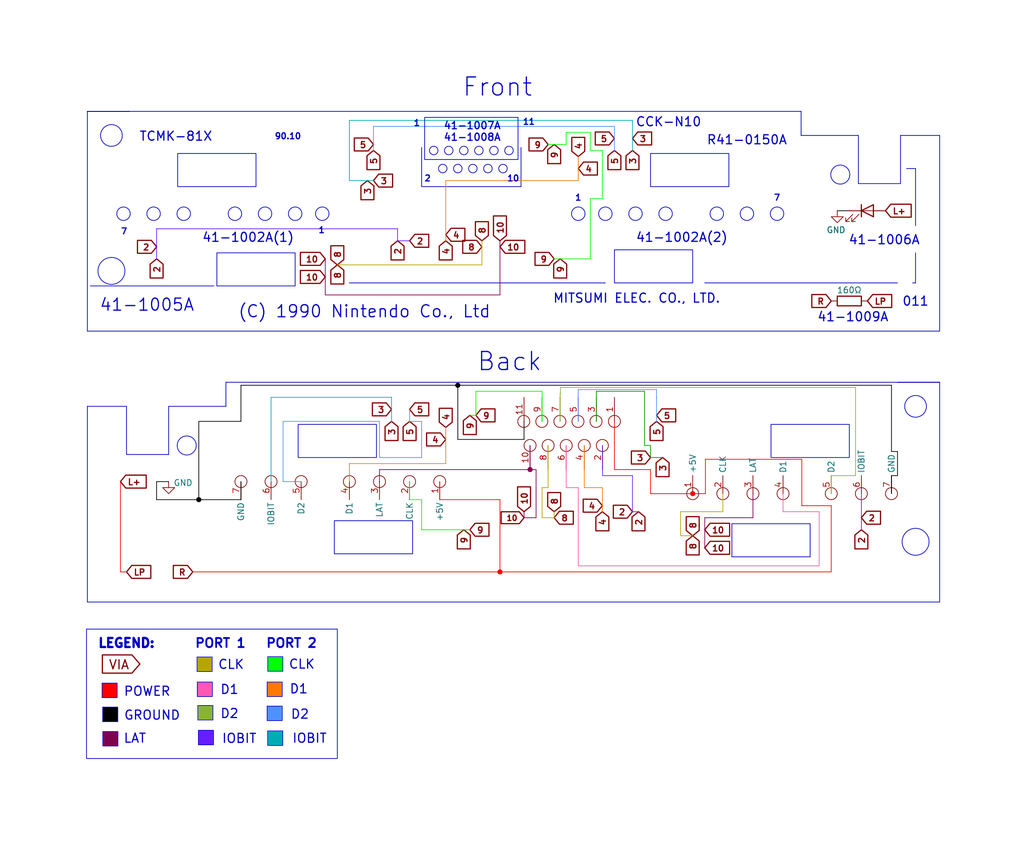
<source format=kicad_sch>
(kicad_sch (version 20250114) (generator "eeschema") (generator_version "9.0")
  (paper "User" 215.9 177.8)
  (title_block (title "TCMK-81X CCK-N10 (Super Famicom Input Board)") (date "2025-03-27") (rev "A") (company "License: CERN-OHL-S") (comment 1 "This Document Is Not Endorsed By Nintendo or Mitsumi") (comment 2 "Documented by starlightk7 for Repair Usage") (comment 3 "Originally Designed By Nintendo and Manufactured By Mitsumi. ") (comment 4 "Used in SHVC-CPU-01 / GPM-01 / GPM-02 Super Famicom Units"))
  (lib_symbols
    (symbol "Device:LED" (pin_numbers (hide yes)) (pin_names (offset 1.016) (hide yes))
      (property "Reference" "D" (at 0 2.54 0))
      (property "Value" "LED" (at 0 -2.54 0))
      (symbol "LED_0_1"
        (polyline (pts (xy -3.048 -0.762) (xy -4.572 -2.286) (xy -3.81 -2.286) (xy -4.572 -2.286) (xy -4.572 -1.524)))
        (polyline (pts (xy -1.778 -0.762) (xy -3.302 -2.286) (xy -2.54 -2.286) (xy -3.302 -2.286) (xy -3.302 -1.524)))
        (polyline (pts (xy -1.27 0) (xy 1.27 0)))
        (polyline (pts (xy -1.27 -1.27) (xy -1.27 1.27)) (stroke (width 0.254)))
        (polyline (pts (xy 1.27 -1.27) (xy 1.27 1.27) (xy -1.27 0) (xy 1.27 -1.27)) (stroke (width 0.254)))
      )
      (symbol "LED_1_1"
        (pin passive line (at -3.81 0 0) (length 2.54) (name "K") (number "1"))
        (pin passive line (at 3.81 0 180) (length 2.54) (name "A") (number "2"))
      )
    )
    (symbol "Device:R" (pin_numbers (hide yes)) (pin_names (offset 0))
      (property "Reference" "R" (at 2.032 0 90))
      (property "Value" "R" (at 0 0 90))
      (symbol "R_0_1"
        (rectangle (start -1.016 -2.54) (end 1.016 2.54) (stroke (width 0.254)))
      )
      (symbol "R_1_1"
        (pin passive line (at 0 3.81 270) (length 1.27) (name "~") (number "1"))
        (pin passive line (at 0 -3.81 90) (length 1.27) (name "~") (number "2"))
      )
    )
    (symbol "OpenSFC:ControllerPort"
      (symbol "ControllerPort_0_1"
        (circle (center -11.43 0) (radius 1.27))
        (circle (center -5.08 0) (radius 1.27))
        (circle (center 1.27 0) (radius 1.27))
        (circle (center 7.62 0) (radius 1.27))
        (circle (center 17.78 0) (radius 1.27))
        (circle (center 24.13 0) (radius 1.27))
        (circle (center 30.48 0) (radius 1.27))
      )
      (symbol "ControllerPort_1_1"
        (pin power_in line (at -11.43 0 90) (length 3.81) (name "+5V") (number "1"))
        (pin input line (at -5.08 0 90) (length 3.81) (name "CLK") (number "2"))
        (pin input line (at 1.27 0 90) (length 3.81) (name "LAT") (number "3"))
        (pin output line (at 7.62 0 90) (length 3.81) (name "D1") (number "4"))
        (pin output line (at 17.78 0 90) (length 3.81) (name "D2") (number "5"))
        (pin output line (at 24.13 0 90) (length 3.81) (name "IOBIT") (number "6"))
        (pin power_in line (at 30.48 0 90) (length 3.81) (name "GND") (number "7"))
      )
    )
    (symbol "OpenSFC:ControllerRibbon"
      (symbol "ControllerRibbon_0_1"
        (circle (center -6.4145 2.5371) (radius 1.27))
        (circle (center -5.08 -2.54) (radius 1.27))
        (circle (center -2.6045 2.5371) (radius 1.27))
        (circle (center -1.27 -2.54) (radius 1.27))
        (circle (center 1.2055 2.5371) (radius 1.27))
        (circle (center 2.54 -2.54) (radius 1.27))
        (circle (center 5.0155 2.5371) (radius 1.27))
        (circle (center 6.35 -2.54) (radius 1.27))
        (circle (center 8.8255 2.5371) (radius 1.27))
        (circle (center 10.16 -2.54) (radius 1.27))
        (circle (center 12.7 2.54) (radius 1.27))
      )
      (symbol "ControllerRibbon_1_1"
        (pin passive line (at -6.35 2.54 90) (length 5.08) (name "") (number "11"))
        (pin passive line (at -5.08 -2.54 270) (length 5.08) (name "") (number "10"))
        (pin passive line (at -2.54 2.54 90) (length 5.08) (name "") (number "9"))
        (pin passive line (at -1.27 -2.54 270) (length 5.08) (name "") (number "8"))
        (pin passive line (at 1.27 2.54 90) (length 5.08) (name "") (number "7"))
        (pin passive line (at 2.54 -2.54 270) (length 5.08) (name "") (number "6"))
        (pin passive line (at 5.08 2.54 90) (length 5.08) (name "") (number "5"))
        (pin passive line (at 6.35 -2.54 270) (length 5.08) (name "") (number "4"))
        (pin passive line (at 8.89 2.54 90) (length 5.08) (name "") (number "3"))
        (pin passive line (at 10.2059 -2.5389 270) (length 5.08) (name "") (number "2"))
        (pin passive line (at 12.7 2.54 90) (length 5.08) (name "") (number "1"))
      )
    )
    (symbol "power:GND" (power) (pin_numbers (hide yes)) (pin_names (offset 0) (hide yes))
      (property "Value" "GND" (at 0 -3.81 0))
      (symbol "GND_0_1"
        (polyline (pts (xy 0 0) (xy 0 -1.27) (xy 1.27 -1.27) (xy 0 -2.54) (xy -1.27 -1.27) (xy 0 -1.27)))
      )
      (symbol "GND_1_1"
        (pin power_in line (at 0 0 270) (length 0) (name "~") (number "1"))
      )
    )
  )
  (rectangle (start 56.3245 143.891) (end 59.4995 146.939) (fill (type color) (color 255 120 0 1)))
  (circle (center 94.615 31.75) (radius 0.898))
  (rectangle (start 37.465 32.385) (end 53.975 39.37))
  (circle (center 38.735 45.085) (radius 1.4199))
  (rectangle (start 179.07 89.535) (end 162.56 96.52))
  (rectangle (start 45.72 53.34) (end 62.23 60.325))
  (circle (center 91.44 31.75) (radius 0.898))
  (circle (center 23.495 28.575) (radius 2.2895))
  (circle (center 23.495 57.15) (radius 2.8398))
  (rectangle (start 56.3245 148.971) (end 59.4995 152.019) (fill (type color) (color 78 144 255 1)))
  (circle (center 104.14 31.75) (radius 0.898))
  (circle (center 151.13 45.085) (radius 1.4199))
  (rectangle (start 56.4429 154.2024) (end 59.6179 157.2504) (fill (type color) (color 0 172 180 1)))
  (rectangle (start 170.815 110.49) (end 154.305 117.475))
  (circle (center 121.92 45.085) (radius 1.4199))
  (rectangle (start 56.4594 138.5528) (end 59.6344 141.6008) (fill (type color) (color 0 255 3 1)))
  (circle (center 39.37 93.98) (radius 2.008))
  (rectangle (start 41.7195 148.844) (end 44.8945 151.892) (fill (type color) (color 137 180 50 1)))
  (circle (center 99.695 35.56) (radius 0.898))
  (circle (center 163.83 45.085) (radius 1.4199))
  (circle (center 97.79 31.75) (radius 0.898))
  (circle (center 106.045 35.56) (radius 0.898))
  (rectangle (start 41.5925 143.891) (end 44.7675 146.939) (fill (type color) (color 255 87 179 1)))
  (circle (center 177.165 36.83) (radius 2.008))
  (rectangle (start 41.5473 138.6071) (end 44.7223 141.6551) (fill (type color) (color 182 165 0 1)))
  (circle (center 193.04 114.3) (radius 2.8398))
  (circle (center 100.965 31.75) (radius 0.898))
  (rectangle (start 137.16 32.385) (end 153.67 39.37))
  (rectangle (start 21.6565 149.1853) (end 24.8315 152.2333) (fill (type color) (color 0 0 0 1)))
  (circle (center 96.52 35.56) (radius 0.898))
  (circle (center 157.48 45.085) (radius 1.4199))
  (rectangle (start 21.5249 144.12) (end 24.6999 147.168) (fill (type color) (color 255 0 0 1)))
  (rectangle (start 21.686 154.3343) (end 24.861 157.3823) (fill (type color) (color 127 0 80 1)))
  (circle (center 49.53 45.085) (radius 1.4199))
  (circle (center 133.985 45.085) (radius 1.4199))
  (circle (center 193.04 85.725) (radius 2.2895))
  (rectangle (start 89.535 24.765) (end 109.22 33.655))
  (circle (center 62.23 45.085) (radius 1.4199))
  (circle (center 26.035 45.085) (radius 1.4199))
  (circle (center 67.945 45.085) (radius 1.4199))
  (rectangle (start 86.995 109.855) (end 70.485 116.84))
  (rectangle (start 129.54 52.705) (end 146.05 59.69))
  (circle (center 107.315 31.75) (radius 0.898))
  (rectangle (start 41.8379 154.0754) (end 45.0129 157.1234) (fill (type color) (color 103 29 255 1)))
  (circle (center 32.385 45.085) (radius 1.4199))
  (rectangle (start 18.2378 132.715) (end 71.12 160.02))
  (circle (center 102.87 35.56) (radius 0.898))
  (rectangle (start 79.375 89.535) (end 62.865 96.52))
  (circle (center 127.635 45.085) (radius 1.4199))
  (circle (center 93.345 35.56) (radius 0.898))
  (circle (center 55.88 45.085) (radius 1.4199))
  (circle (center 140.335 45.085) (radius 1.4199))
  (text "TCMK-81X" (at 37.084 28.956 0) (effects (font (size 1.905 1.905) (thickness 0.254) (bold yes))))
  (text "GROUND" (at 32.0705 151.0903 0) (effects (font (size 1.905 1.905) (thickness 0.254) (bold yes))))
  (text "1" (at 121.92 41.91 0) (effects (font (size 1.27 1.27) (thickness 0.254) (bold yes))))
  (text "41-1009A" (at 179.832 67.056 0) (effects (font (size 1.905 1.905) (thickness 0.254) (bold yes))))
  (text "11" (at 111.506 25.908 0) (effects (font (size 1.27 1.27) (thickness 0.254) (bold yes))))
  (text "41-1002A(2)" (at 143.764 50.292 0) (effects (font (size 1.905 1.905) (thickness 0.254) (bold yes))))
  (text "10" (at 108.204 37.846 0) (effects (font (size 1.27 1.27) (thickness 0.254) (bold yes))))
  (text "Back" (at 107.442 76.454 0) (effects (font (size 3.81 3.81) (thickness 0.254) (bold yes))))
  (text "CLK" (at 63.6349 140.3308 0) (effects (font (size 1.905 1.905) (thickness 0.254) (bold yes))))
  (text "1" (at 67.818 48.768 0) (effects (font (size 1.27 1.27) (thickness 0.254) (bold yes))))
  (text "PORT 1" (at 46.482 135.89 0) (effects (font (size 1.905 1.905) (thickness 0.381) (bold yes))))
  (text "POWER " (at 31.75 146.05 0) (effects (font (size 1.905 1.905) (thickness 0.254) (bold yes))))
  (text "1" (at 87.884 26.162 0) (effects (font (size 1.27 1.27) (thickness 0.254) (bold yes))))
  (text "PORT 2" (at 61.468 135.89 0) (effects (font (size 1.905 1.905) (thickness 0.381) (bold yes))))
  (text "Front" (at 104.902 18.542 0) (effects (font (size 3.81 3.81) (thickness 0.254) (bold yes))))
  (text "41-1005A" (at 30.988 64.516 0) (effects (font (size 2.54 2.54) (thickness 0.254) (bold yes))))
  (text "41-1006A" (at 186.436 50.8 0) (effects (font (size 1.905 1.905) (thickness 0.254) (bold yes))))
  (text "7" (at 26.162 49.022 0) (effects (font (size 1.27 1.27) (thickness 0.254) (bold yes))))
  (text "41-1002A(1)" (at 52.324 50.292 0) (effects (font (size 1.905 1.905) (thickness 0.254) (bold yes))))
  (text "(C) 1990 Nintendo Co., Ltd" (at 76.835 65.913 0) (effects (font (size 2.54 2.54) (thickness 0.254) (bold yes))))
  (text "90.10" (at 60.706 28.956 0) (effects (font (size 1.27 1.27) (thickness 0.254) (bold yes))))
  (text "7" (at 163.83 41.91 0) (effects (font (size 1.27 1.27) (thickness 0.254) (bold yes))))
  (text "2" (at 90.17 37.846 0) (effects (font (size 1.27 1.27) (thickness 0.254) (bold yes))))
  (text "MITSUMI ELEC. CO., LTD." (at 134.239 63.119 0) (effects (font (size 1.905 1.905) (thickness 0.254) (bold yes))))
  (text "D1" (at 48.387 145.669 0) (effects (font (size 1.905 1.905) (thickness 0.254) (bold yes))))
  (text "D1" (at 62.992 145.542 0) (effects (font (size 1.905 1.905) (thickness 0.254) (bold yes))))
  (text "CCK-N10" (at 140.97 25.908 0) (effects (font (size 1.905 1.905) (thickness 0.254) (bold yes))))
  (text "IOBIT" (at 65.278 155.956 0) (effects (font (size 1.905 1.905) (thickness 0.254) (bold yes))))
  (text "R41-0150A" (at 157.48 29.718 0) (effects (font (size 1.905 1.905) (thickness 0.254) (bold yes))))
  (text "011" (at 193.04 63.754 0) (effects (font (size 1.905 1.905) (thickness 0.254) (bold yes))))
  (text "CLK" (at 48.7228 140.3851 0) (effects (font (size 1.905 1.905) (thickness 0.254) (bold yes))))
  (text "D2" (at 63.246 150.876 0) (effects (font (size 1.905 1.905) (thickness 0.254) (bold yes))))
  (text "41-1007A\n41-1008A" (at 99.568 27.94 0) (effects (font (size 1.524 1.524) (thickness 0.254) (bold yes))))
  (text "LEGEND:" (at 26.67 135.89 0) (effects (font (size 1.905 1.905) (thickness 0.762) (bold yes))))
  (text "LAT" (at 28.448 155.956 0) (effects (font (size 1.905 1.905) (thickness 0.254) (bold yes))))
  (text "D2" (at 48.387 150.749 0) (effects (font (size 1.905 1.905) (thickness 0.254) (bold yes))))
  (text "IOBIT" (at 50.4528 155.9979 0) (effects (font (size 1.905 1.905) (thickness 0.254) (bold yes))))
  (junction (at 146.05 104.14) (color 255 0 0 1))
  (junction (at 105.41 120.65) (color 255 0 0 1))
  (junction (at 96.52 81.28) (color 0 0 0 1))
  (junction (at 41.91 105.41) (color 0 0 0 1))
  (junction (at 111.76 99.06) (color 127 0 80 1))
  (wire (pts (xy 116.84 54.61) (xy 124.46 54.61)) (stroke (width 0) (color 0 255 3 1)))
  (wire (pts (xy 57.15 83.82) (xy 82.55 83.82)) (stroke (width 0) (color 0 172 180 1)))
  (wire (pts (xy 148.7279 96.8981) (xy 148.7279 104.14)) (stroke (width 0) (color 255 0 0 1)))
  (wire (pts (xy 86.36 101.6) (xy 86.36 105.41)) (stroke (width 0) (color 0 255 3 1)))
  (polyline (pts (xy 191.135 35.56) (xy 193.04 35.56)))
  (wire (pts (xy 143.51 113.03) (xy 146.05 113.03)) (stroke (width 0) (color 182 165 0 1)))
  (wire (pts (xy 114.3 109.22) (xy 116.84 109.22)) (stroke (width 0) (color 182 165 0 1)))
  (wire (pts (xy 152.4 107.95) (xy 143.51 107.95)) (stroke (width 0) (color 182 165 0 1)))
  (polyline (pts (xy 168.91 23.495) (xy 168.91 28.575)))
  (wire (pts (xy 121.92 102.87) (xy 121.92 119.38)) (stroke (width 0) (color 255 87 179 1)))
  (wire (pts (xy 121.92 119.38) (xy 172.72 119.38)) (stroke (width 0) (color 255 87 179 1)))
  (polyline (pts (xy 180.975 38.735) (xy 189.865 38.735)))
  (polyline (pts (xy 198.12 80.645) (xy 47.625 80.645)))
  (polyline (pts (xy 18.415 85.725) (xy 18.415 127)))
  (wire (pts (xy 172.72 107.95) (xy 165.1 107.95)) (stroke (width 0) (color 255 87 179 1)))
  (wire (pts (xy 135.89 82.55) (xy 135.89 93.98)))
  (wire (pts (xy 187.96 81.28) (xy 187.96 95.25)) (stroke (width 0) (color 0 0 0 1)))
  (wire (pts (xy 175.26 100.33) (xy 175.26 104.14)) (stroke (width 0) (color 137 180 50 1)))
  (wire (pts (xy 73.66 97.79) (xy 73.66 101.6)) (stroke (width 0) (color 255 120 0 1)))
  (wire (pts (xy 105.41 120.65) (xy 175.26 120.65)) (stroke (width 0) (color 255 0 0 1)))
  (polyline (pts (xy 180.975 28.575) (xy 180.975 38.735)))
  (wire (pts (xy 59.69 88.9) (xy 80.01 88.9)) (stroke (width 0) (color 78 144 255 1)))
  (polyline (pts (xy 47.625 80.645) (xy 47.625 85.725)))
  (polyline (pts (xy 127.635 59.69) (xy 73.66 59.69)))
  (wire (pts (xy 175.26 120.65) (xy 175.26 106.68)) (stroke (width 0) (color 255 0 0 1)))
  (wire (pts (xy 127.0459 93.9789) (xy 127.0459 100.33)) (stroke (width 0) (color 103 29 255 1)))
  (wire (pts (xy 129.54 99.06) (xy 137.16 99.06)) (stroke (width 0) (color 255 0 0 1)))
  (polyline (pts (xy 18.415 23.495) (xy 27.305 23.495)))
  (wire (pts (xy 129.54 26.67) (xy 129.54 31.75)) (stroke (width 0) (color 78 144 255 1)))
  (wire (pts (xy 100.33 87.63) (xy 100.33 82.55)) (stroke (width 0) (color 0 255 3 1)))
  (wire (pts (xy 187.96 100.33) (xy 187.96 104.14)) (stroke (width 0) (color 0 0 0 1)))
  (wire (pts (xy 115.57 30.48) (xy 119.38 30.48)) (stroke (width 0) (color 0 255 3 1)))
  (wire (pts (xy 40.64 120.65) (xy 105.41 120.65)) (stroke (width 0) (color 255 0 0 1)))
  (wire (pts (xy 73.66 25.4) (xy 73.66 38.1)) (stroke (width 0) (color 0 172 180 1)))
  (polyline (pts (xy 198.12 127) (xy 198.12 80.645)))
  (wire (pts (xy 86.36 86.36) (xy 86.36 88.9)) (stroke (width 0) (color 78 144 255 1)))
  (polyline (pts (xy 35.56 95.885) (xy 26.67 95.885)))
  (polyline (pts (xy 26.67 85.725) (xy 18.415 85.725)))
  (polyline (pts (xy 189.865 28.575) (xy 198.12 28.575)))
  (wire (pts (xy 105.41 105.41) (xy 105.41 120.65)) (stroke (width 0) (color 255 0 0 1)))
  (wire (pts (xy 111.76 93.98) (xy 111.76 99.06)) (stroke (width 0) (color 127 0 80 1)))
  (wire (pts (xy 125.73 82.55) (xy 135.89 82.55)))
  (wire (pts (xy 100.33 82.55) (xy 114.3 82.55)) (stroke (width 0) (color 0 255 3 1)))
  (wire (pts (xy 118.158 81.74) (xy 118.158 83.01)) (stroke (width 0) (color 137 180 50 1)))
  (wire (pts (xy 137.16 99.06) (xy 137.16 104.14)) (stroke (width 0) (color 255 0 0 1)))
  (wire (pts (xy 189.23 95.25) (xy 189.23 100.33)) (stroke (width 0) (color 0 0 0 1)))
  (wire (pts (xy 80.01 88.9) (xy 80.01 96.52)) (stroke (width 0) (color 78 144 255 1)))
  (wire (pts (xy 148.59 109.22) (xy 148.59 115.57)) (stroke (width 0) (color 127 0 80 1)))
  (polyline (pts (xy 18.415 23.495) (xy 168.91 23.495)))
  (wire (pts (xy 119.38 30.48) (xy 119.38 27.94)) (stroke (width 0) (color 0 255 3 1)))
  (wire (pts (xy 80.01 96.52) (xy 88.9 96.52)) (stroke (width 0) (color 78 144 255 1)))
  (wire (pts (xy 127 102.87) (xy 127 107.95)) (stroke (width 0) (color 255 120 0 1)))
  (wire (pts (xy 181.61 104.14) (xy 181.61 111.76)) (stroke (width 0) (color 103 29 255 1)))
  (wire (pts (xy 33.02 48.26) (xy 33.02 54.61)) (stroke (width 0) (color 103 29 255 1)))
  (wire (pts (xy 165.1 107.95) (xy 165.1 104.14)) (stroke (width 0) (color 255 87 179 1)))
  (wire (pts (xy 59.69 101.6) (xy 59.69 88.9)) (stroke (width 0) (color 78 144 255 1)))
  (wire (pts (xy 121.92 85.09) (xy 121.92 88.9)) (stroke (width 0) (color 78 144 255 1)))
  (wire (pts (xy 33.02 101.6) (xy 35.56 101.6)) (stroke (width 0) (color 0 0 0 1)))
  (wire (pts (xy 118.158 83.01) (xy 118.11 83.01)))
  (wire (pts (xy 121.907 85.09) (xy 121.92 85.09)) (stroke (width 0) (color 78 144 255 1)))
  (wire (pts (xy 92.71 105.41) (xy 105.41 105.41)) (stroke (width 0) (color 255 0 0 1)))
  (polyline (pts (xy 168.91 28.575) (xy 180.975 28.575)))
  (wire (pts (xy 118.11 83.01) (xy 118.11 88.9)) (stroke (width 0) (color 137 180 50 1)))
  (wire (pts (xy 96.52 92.71) (xy 96.52 81.28)) (stroke (width 0) (color 0 0 0 1)))
  (polyline (pts (xy 148.59 59.69) (xy 189.23 59.69)))
  (wire (pts (xy 83.82 50.8) (xy 86.36 50.8)) (stroke (width 0) (color 103 29 255 1)))
  (polyline (pts (xy 47.625 85.725) (xy 35.56 85.725)))
  (wire (pts (xy 110.49 88.9) (xy 110.49 92.71)) (stroke (width 0) (color 0 0 0 1)))
  (wire (pts (xy 25.4 120.65) (xy 26.67 120.65)) (stroke (width 0) (color 255 0 0 1)))
  (wire (pts (xy 88.9 96.52) (xy 88.9 88.9)) (stroke (width 0) (color 78 144 255 1)))
  (wire (pts (xy 127 41.91) (xy 124.46 41.91)) (stroke (width 0) (color 0 255 3 1)))
  (wire (pts (xy 99.06 87.63) (xy 100.33 87.63)) (stroke (width 0) (color 0 255 3 1)))
  (wire (pts (xy 93.98 90.17) (xy 93.98 97.79)) (stroke (width 0) (color 255 120 0 1)))
  (wire (pts (xy 88.9 111.76) (xy 99.06 111.76)) (stroke (width 0) (color 0 255 3 1)))
  (wire (pts (xy 50.8 81.28) (xy 96.52 81.28)) (stroke (width 0) (color 0 0 0 1)))
  (wire (pts (xy 133.35 25.4) (xy 73.66 25.4)) (stroke (width 0) (color 0 172 180 1)))
  (wire (pts (xy 124.46 41.91) (xy 124.46 54.61)) (stroke (width 0) (color 0 255 3 1)))
  (wire (pts (xy 138.417 83.82) (xy 138.43 83.82)))
  (wire (pts (xy 129.54 88.9) (xy 129.54 99.06)) (stroke (width 0) (color 255 0 0 1)))
  (polyline (pts (xy 88.9 31.115) (xy 88.9 39.37)))
  (wire (pts (xy 189.23 100.33) (xy 187.96 100.33)) (stroke (width 0) (color 0 0 0 1)))
  (wire (pts (xy 105.41 50.8) (xy 105.41 62.23)) (stroke (width 0) (color 127 0 80 1)))
  (wire (pts (xy 83.82 50.8) (xy 83.82 48.26)) (stroke (width 0) (color 103 29 255 1)))
  (polyline (pts (xy 35.56 85.725) (xy 35.56 95.885)))
  (wire (pts (xy 110.49 92.71) (xy 96.52 92.71)) (stroke (width 0) (color 0 0 0 1)))
  (wire (pts (xy 138.417 82.1798) (xy 138.417 83.82)) (stroke (width 0) (color 78 144 255 1)))
  (wire (pts (xy 180.388 100.33) (xy 175.26 100.33)) (stroke (width 0) (color 137 180 50 1)))
  (wire (pts (xy 127 31.75) (xy 127 41.91)) (stroke (width 0) (color 0 255 3 1)))
  (wire (pts (xy 41.91 88.9) (xy 41.91 105.41)) (stroke (width 0) (color 0 0 0 1)))
  (wire (pts (xy 137.16 104.14) (xy 146.05 104.14)) (stroke (width 0) (color 255 0 0 1)))
  (wire (pts (xy 158.75 109.22) (xy 148.59 109.22)) (stroke (width 0) (color 127 0 80 1)))
  (wire (pts (xy 121.92 33.02) (xy 121.92 38.1)) (stroke (width 0) (color 255 120 0 1)))
  (wire (pts (xy 124.46 27.94) (xy 124.46 31.75)) (stroke (width 0) (color 0 255 3 1)))
  (wire (pts (xy 127.0459 100.33) (xy 133.35 100.33)) (stroke (width 0) (color 103 29 255 1)))
  (wire (pts (xy 123.19 102.87) (xy 127 102.87)) (stroke (width 0) (color 255 120 0 1)))
  (wire (pts (xy 41.91 105.41) (xy 50.8 105.41)) (stroke (width 0) (color 0 0 0 1)))
  (wire (pts (xy 123.19 93.98) (xy 123.19 102.87)) (stroke (width 0) (color 255 120 0 1)))
  (polyline (pts (xy 192.405 59.69) (xy 193.04 59.69)))
  (wire (pts (xy 88.9 105.41) (xy 88.9 111.76)) (stroke (width 0) (color 0 255 3 1)))
  (wire (pts (xy 101.6 50.8) (xy 101.6 55.88)) (stroke (width 0) (color 182 165 0 1)))
  (polyline (pts (xy 193.04 47.625) (xy 193.04 35.56)))
  (wire (pts (xy 33.02 105.41) (xy 41.91 105.41)) (stroke (width 0) (color 0 0 0 1)))
  (wire (pts (xy 133.35 25.4) (xy 133.35 31.75)) (stroke (width 0) (color 0 172 180 1)))
  (wire (pts (xy 152.4 104.14) (xy 152.4 107.95)) (stroke (width 0) (color 182 165 0 1)))
  (wire (pts (xy 50.8 105.41) (xy 50.8 101.6)) (stroke (width 0) (color 0 0 0 1)))
  (polyline (pts (xy 193.04 53.34) (xy 193.04 59.69)))
  (wire (pts (xy 119.38 27.94) (xy 124.46 27.94)) (stroke (width 0) (color 0 255 3 1)))
  (wire (pts (xy 133.35 107.95) (xy 134.62 107.95)) (stroke (width 0) (color 103 29 255 1)))
  (wire (pts (xy 82.55 83.82) (xy 82.55 88.9)) (stroke (width 0) (color 0 172 180 1)))
  (wire (pts (xy 116.84 107.95) (xy 116.84 109.22)) (stroke (width 0) (color 182 165 0 1)))
  (wire (pts (xy 86.36 105.41) (xy 88.9 105.41)) (stroke (width 0) (color 0 255 3 1)))
  (wire (pts (xy 113.03 109.22) (xy 110.49 109.22)) (stroke (width 0) (color 127 0 80 1)))
  (wire (pts (xy 146.05 104.14) (xy 148.7279 104.14)) (stroke (width 0) (color 255 0 0 1)))
  (wire (pts (xy 175.26 106.68) (xy 169.0479 106.68)) (stroke (width 0) (color 255 0 0 1)))
  (wire (pts (xy 96.52 81.28) (xy 187.96 81.28)) (stroke (width 0) (color 0 0 0 1)))
  (wire (pts (xy 118.158 81.74) (xy 180.388 81.74)) (stroke (width 0) (color 137 180 50 1)))
  (wire (pts (xy 137.16 96.52) (xy 139.7 96.52)))
  (wire (pts (xy 92.71 101.6) (xy 92.71 105.41)) (stroke (width 0) (color 255 0 0 1)))
  (wire (pts (xy 135.89 93.98) (xy 137.16 93.98)))
  (polyline (pts (xy 109.855 31.115) (xy 109.855 39.37)))
  (wire (pts (xy 137.16 93.98) (xy 137.16 96.52)))
  (wire (pts (xy 125.73 82.55) (xy 125.73 88.9)))
  (wire (pts (xy 121.907 85.09) (xy 121.907 82.1798)) (stroke (width 0) (color 78 144 255 1)))
  (wire (pts (xy 121.907 82.1798) (xy 138.417 82.1798)) (stroke (width 0) (color 78 144 255 1)))
  (wire (pts (xy 73.66 38.1) (xy 78.74 38.1)) (stroke (width 0) (color 0 172 180 1)))
  (wire (pts (xy 93.98 38.1) (xy 121.92 38.1)) (stroke (width 0) (color 255 120 0 1)))
  (wire (pts (xy 110.49 107.95) (xy 110.49 109.22)) (stroke (width 0) (color 127 0 80 1)))
  (wire (pts (xy 133.35 100.33) (xy 133.35 107.95)) (stroke (width 0) (color 103 29 255 1)))
  (wire (pts (xy 180.388 81.74) (xy 180.388 100.33)) (stroke (width 0) (color 137 180 50 1)))
  (wire (pts (xy 138.43 83.82) (xy 138.43 88.9)) (stroke (width 0) (color 78 144 255 1)))
  (wire (pts (xy 50.8 88.9) (xy 41.91 88.9)) (stroke (width 0) (color 0 0 0 1)))
  (wire (pts (xy 25.4 101.6) (xy 25.4 120.65)) (stroke (width 0) (color 255 0 0 1)))
  (wire (pts (xy 83.82 48.26) (xy 33.02 48.26)) (stroke (width 0) (color 103 29 255 1)))
  (wire (pts (xy 57.15 101.6) (xy 57.15 83.82)) (stroke (width 0) (color 0 172 180 1)))
  (wire (pts (xy 115.57 102.87) (xy 114.3 102.87)) (stroke (width 0) (color 182 165 0 1)))
  (wire (pts (xy 148.7279 96.8981) (xy 169.0479 96.8981)) (stroke (width 0) (color 255 0 0 1)))
  (wire (pts (xy 105.41 62.23) (xy 68.58 62.23)) (stroke (width 0) (color 127 0 80 1)))
  (wire (pts (xy 93.98 38.1) (xy 93.98 50.8)) (stroke (width 0) (color 255 120 0 1)))
  (wire (pts (xy 68.58 54.61) (xy 68.58 62.23)) (stroke (width 0) (color 127 0 80 1)))
  (wire (pts (xy 124.46 31.75) (xy 127 31.75)) (stroke (width 0) (color 0 255 3 1)))
  (polyline (pts (xy 18.415 127) (xy 198.12 127)))
  (polyline (pts (xy 198.12 80.645) (xy 189.23 80.645)))
  (wire (pts (xy 113.03 99.06) (xy 113.03 109.22)) (stroke (width 0) (color 127 0 80 1)))
  (wire (pts (xy 101.6 55.88) (xy 71.12 55.88)) (stroke (width 0) (color 182 165 0 1)))
  (polyline (pts (xy 26.67 95.885) (xy 26.67 85.725)))
  (polyline (pts (xy 198.12 28.575) (xy 198.12 69.85)))
  (wire (pts (xy 129.54 26.67) (xy 78.74 26.67)) (stroke (width 0) (color 78 144 255 1)))
  (polyline (pts (xy 189.865 38.735) (xy 189.865 28.575)))
  (wire (pts (xy 33.02 101.6) (xy 33.02 105.41)) (stroke (width 0) (color 0 0 0 1)))
  (wire (pts (xy 176.53 44.45) (xy 179.07 44.45)) (stroke (width 0) (color 0 0 0 1)))
  (wire (pts (xy 93.98 97.79) (xy 73.66 97.79)) (stroke (width 0) (color 255 120 0 1)))
  (wire (pts (xy 111.76 99.06) (xy 113.03 99.06)) (stroke (width 0) (color 127 0 80 1)))
  (polyline (pts (xy 109.855 39.37) (xy 88.9 39.37)))
  (wire (pts (xy 158.75 104.14) (xy 158.75 109.22)) (stroke (width 0) (color 127 0 80 1)))
  (wire (pts (xy 114.3 82.55) (xy 114.3 88.9)) (stroke (width 0) (color 0 255 3 1)))
  (wire (pts (xy 63.5 101.6) (xy 59.69 101.6)) (stroke (width 0) (color 78 144 255 1)))
  (wire (pts (xy 119.38 102.87) (xy 121.92 102.87)) (stroke (width 0) (color 255 87 179 1)))
  (wire (pts (xy 172.72 119.38) (xy 172.72 107.95)) (stroke (width 0) (color 255 87 179 1)))
  (wire (pts (xy 50.8 81.28) (xy 50.8 88.9)) (stroke (width 0) (color 0 0 0 1)))
  (wire (pts (xy 143.51 107.95) (xy 143.51 113.03)) (stroke (width 0) (color 182 165 0 1)))
  (polyline (pts (xy 45.085 60.325) (xy 19.05 60.325)))
  (wire (pts (xy 115.57 93.98) (xy 115.57 102.87)) (stroke (width 0) (color 182 165 0 1)))
  (wire (pts (xy 169.0479 106.68) (xy 169.0479 96.8981)) (stroke (width 0) (color 255 0 0 1)))
  (polyline (pts (xy 198.12 69.85) (xy 18.415 69.85)))
  (polyline (pts (xy 18.415 69.85) (xy 18.415 23.495)))
  (wire (pts (xy 187.96 95.25) (xy 189.23 95.25)) (stroke (width 0) (color 0 0 0 1)))
  (wire (pts (xy 119.38 93.98) (xy 119.38 102.87)) (stroke (width 0) (color 255 87 179 1)))
  (wire (pts (xy 88.9 88.9) (xy 86.36 88.9)) (stroke (width 0) (color 78 144 255 1)))
  (wire (pts (xy 80.01 99.06) (xy 80.01 101.6)) (stroke (width 0) (color 127 0 80 1)))
  (wire (pts (xy 78.74 26.67) (xy 78.74 31.75)) (stroke (width 0) (color 78 144 255 1)))
  (wire (pts (xy 80.01 99.06) (xy 111.76 99.06)) (stroke (width 0) (color 127 0 80 1)))
  (wire (pts (xy 114.3 102.87) (xy 114.3 109.22)) (stroke (width 0) (color 182 165 0 1)))
  (global_label "8" (shape input) (at 116.84 107.95 90) (effects (font (thickness 0.254) (bold yes))) (property "Intersheetrefs" "${INTERSHEET_REFS}" (effects (hide yes))))
  (global_label "10" (shape input) (at 105.41 52.07 0) (effects (font (thickness 0.254) (bold yes))) (property "Intersheetrefs" "${INTERSHEET_REFS}" (effects (hide yes))))
  (global_label "9" (shape input) (at 116.84 54.61 180) (effects (font (thickness 0.254) (bold yes))) (property "Intersheetrefs" "${INTERSHEET_REFS}" (effects (hide yes))))
  (global_label "5" (shape input) (at 78.74 30.48 180) (effects (font (thickness 0.254) (bold yes))) (property "Intersheetrefs" "${INTERSHEET_REFS}" (effects (hide yes))))
  (global_label "9" (shape input) (at 99.06 111.76 0) (effects (font (thickness 0.254) (bold yes))) (property "Intersheetrefs" "${INTERSHEET_REFS}" (effects (hide yes))))
  (global_label "2" (shape input) (at 33.02 54.61 270) (effects (font (thickness 0.254) (bold yes))) (property "Intersheetrefs" "${INTERSHEET_REFS}" (effects (hide yes))))
  (global_label "R" (shape input) (at 175.26 63.5 180) (effects (font (thickness 0.254) (bold yes))) (property "Intersheetrefs" "${INTERSHEET_REFS}" (effects (hide yes))))
  (global_label "4" (shape input) (at 93.98 50.8 270) (effects (font (thickness 0.254) (bold yes))) (property "Intersheetrefs" "${INTERSHEET_REFS}" (effects (hide yes))))
  (global_label "4" (shape input) (at 93.98 92.71 180) (effects (font (thickness 0.254) (bold yes))) (property "Intersheetrefs" "${INTERSHEET_REFS}" (effects (hide yes))))
  (global_label "8" (shape input) (at 101.6 50.8 90) (effects (font (thickness 0.254) (bold yes))) (property "Intersheetrefs" "${INTERSHEET_REFS}" (effects (hide yes))))
  (global_label "2" (shape input) (at 181.61 109.22 0) (effects (font (thickness 0.254) (bold yes))) (property "Intersheetrefs" "${INTERSHEET_REFS}" (effects (hide yes))))
  (global_label "2" (shape input) (at 133.35 107.95 180) (effects (font (thickness 0.254) (bold yes))) (property "Intersheetrefs" "${INTERSHEET_REFS}" (effects (hide yes))))
  (global_label "2" (shape input) (at 33.02 52.07 180) (effects (font (thickness 0.254) (bold yes))) (property "Intersheetrefs" "${INTERSHEET_REFS}" (effects (hide yes))))
  (global_label "R" (shape input) (at 40.64 120.65 180) (effects (font (thickness 0.254) (bold yes))) (property "Intersheetrefs" "${INTERSHEET_REFS}" (effects (hide yes))))
  (global_label "4" (shape input) (at 127 107.95 270) (effects (font (thickness 0.254) (bold yes))) (property "Intersheetrefs" "${INTERSHEET_REFS}" (effects (hide yes))))
  (global_label "3" (shape input) (at 133.35 29.21 0) (effects (font (thickness 0.254) (bold yes))) (property "Intersheetrefs" "${INTERSHEET_REFS}" (effects (hide yes))))
  (global_label "3" (shape input) (at 137.16 96.52 180) (effects (font (thickness 0.254) (bold yes))) (property "Intersheetrefs" "${INTERSHEET_REFS}" (effects (hide yes))))
  (global_label "3" (shape input) (at 82.55 86.36 180) (effects (font (thickness 0.254) (bold yes))) (property "Intersheetrefs" "${INTERSHEET_REFS}" (effects (hide yes))))
  (global_label "5" (shape input) (at 86.36 86.36 0) (effects (font (thickness 0.254) (bold yes))) (property "Intersheetrefs" "${INTERSHEET_REFS}" (effects (hide yes))))
  (global_label "8" (shape input) (at 101.6 52.07 180) (effects (font (thickness 0.254) (bold yes))) (property "Intersheetrefs" "${INTERSHEET_REFS}" (effects (hide yes))))
  (global_label "LP" (shape input) (at 26.67 120.65 0) (effects (font (thickness 0.254) (bold yes))) (property "Intersheetrefs" "${INTERSHEET_REFS}" (effects (hide yes))))
  (global_label "4" (shape input) (at 121.92 35.56 0) (effects (font (thickness 0.254) (bold yes))) (property "Intersheetrefs" "${INTERSHEET_REFS}" (effects (hide yes))))
  (global_label "5" (shape input) (at 138.43 87.63 0) (effects (font (thickness 0.254) (bold yes))) (property "Intersheetrefs" "${INTERSHEET_REFS}" (effects (hide yes))))
  (global_label "3" (shape input) (at 77.47 38.1 270) (effects (font (thickness 0.254) (bold yes))) (property "Intersheetrefs" "${INTERSHEET_REFS}" (effects (hide yes))))
  (global_label "2" (shape input) (at 86.36 50.8 0) (effects (font (thickness 0.254) (bold yes))) (property "Intersheetrefs" "${INTERSHEET_REFS}" (effects (hide yes))))
  (global_label "4" (shape input) (at 121.92 33.02 90) (effects (font (thickness 0.254) (bold yes))) (property "Intersheetrefs" "${INTERSHEET_REFS}" (effects (hide yes))))
  (global_label "8" (shape input) (at 146.05 113.03 90) (effects (font (thickness 0.254) (bold yes))) (property "Intersheetrefs" "${INTERSHEET_REFS}" (effects (hide yes))))
  (global_label "9" (shape input) (at 118.11 54.61 270) (effects (font (thickness 0.254) (bold yes))) (property "Intersheetrefs" "${INTERSHEET_REFS}" (effects (hide yes))))
  (global_label "L+" (shape input) (at 186.69 44.45 0) (effects (font (thickness 0.254) (bold yes))) (property "Intersheetrefs" "${INTERSHEET_REFS}" (effects (hide yes))))
  (global_label "5" (shape input) (at 138.43 88.9 270) (effects (font (thickness 0.254) (bold yes))) (property "Intersheetrefs" "${INTERSHEET_REFS}" (effects (hide yes))))
  (global_label "3" (shape input) (at 78.74 38.1 0) (effects (font (thickness 0.254) (bold yes))) (property "Intersheetrefs" "${INTERSHEET_REFS}" (effects (hide yes))))
  (global_label "8" (shape input) (at 71.12 55.88 270) (effects (font (thickness 0.254) (bold yes))) (property "Intersheetrefs" "${INTERSHEET_REFS}" (effects (hide yes))))
  (global_label "8" (shape input) (at 116.84 109.22 0) (effects (font (thickness 0.254) (bold yes))) (property "Intersheetrefs" "${INTERSHEET_REFS}" (effects (hide yes))))
  (global_label "2" (shape input) (at 134.62 107.95 270) (effects (font (thickness 0.254) (bold yes))) (property "Intersheetrefs" "${INTERSHEET_REFS}" (effects (hide yes))))
  (global_label "2" (shape input) (at 83.82 50.8 270) (effects (font (thickness 0.254) (bold yes))) (property "Intersheetrefs" "${INTERSHEET_REFS}" (effects (hide yes))))
  (global_label "VIA" (shape input) (at 29.487 140.0853 180) (effects (font (size 1.905 1.905) (thickness 0.254) (bold yes))) (property "Intersheetrefs" "${INTERSHEET_REFS}" (effects (hide yes))))
  (global_label "10" (shape input) (at 110.49 109.22 180) (effects (font (size 1.143 1.143) (thickness 0.254) (bold yes))) (property "Intersheetrefs" "${INTERSHEET_REFS}" (effects (hide yes))))
  (global_label "8" (shape input) (at 71.12 55.88 90) (effects (font (thickness 0.254) (bold yes))) (property "Intersheetrefs" "${INTERSHEET_REFS}" (effects (hide yes))))
  (global_label "9" (shape input) (at 99.06 87.63 270) (effects (font (thickness 0.254) (bold yes))) (property "Intersheetrefs" "${INTERSHEET_REFS}" (effects (hide yes))))
  (global_label "10" (shape input) (at 148.59 115.57 0) (effects (font (thickness 0.254) (bold yes))) (property "Intersheetrefs" "${INTERSHEET_REFS}" (effects (hide yes))))
  (global_label "5" (shape input) (at 129.54 29.21 180) (effects (font (thickness 0.254) (bold yes))) (property "Intersheetrefs" "${INTERSHEET_REFS}" (effects (hide yes))))
  (global_label "4" (shape input) (at 127 106.68 180) (effects (font (thickness 0.254) (bold yes))) (property "Intersheetrefs" "${INTERSHEET_REFS}" (effects (hide yes))))
  (global_label "9" (shape input) (at 116.84 30.48 270) (effects (font (thickness 0.254) (bold yes))) (property "Intersheetrefs" "${INTERSHEET_REFS}" (effects (hide yes))))
  (global_label "5" (shape input) (at 129.54 31.75 270) (effects (font (thickness 0.254) (bold yes))) (property "Intersheetrefs" "${INTERSHEET_REFS}" (effects (hide yes))))
  (global_label "10" (shape input) (at 148.59 111.76 0) (effects (font (thickness 0.254) (bold yes))) (property "Intersheetrefs" "${INTERSHEET_REFS}" (effects (hide yes))))
  (global_label "2" (shape input) (at 181.61 111.76 270) (effects (font (thickness 0.254) (bold yes))) (property "Intersheetrefs" "${INTERSHEET_REFS}" (effects (hide yes))))
  (global_label "3" (shape input) (at 82.55 88.9 270) (effects (font (thickness 0.254) (bold yes))) (property "Intersheetrefs" "${INTERSHEET_REFS}" (effects (hide yes))))
  (global_label "10" (shape input) (at 110.49 107.95 90) (effects (font (thickness 0.254) (bold yes))) (property "Intersheetrefs" "${INTERSHEET_REFS}" (effects (hide yes))))
  (global_label "3" (shape input) (at 139.7 96.52 270) (effects (font (thickness 0.254) (bold yes))) (property "Intersheetrefs" "${INTERSHEET_REFS}" (effects (hide yes))))
  (global_label "4" (shape input) (at 93.98 90.17 90) (effects (font (thickness 0.254) (bold yes))) (property "Intersheetrefs" "${INTERSHEET_REFS}" (effects (hide yes))))
  (global_label "10" (shape input) (at 68.58 58.42 180) (effects (font (thickness 0.254) (bold yes))) (property "Intersheetrefs" "${INTERSHEET_REFS}" (effects (hide yes))))
  (global_label "4" (shape input) (at 93.98 49.53 0) (effects (font (thickness 0.254) (bold yes))) (property "Intersheetrefs" "${INTERSHEET_REFS}" (effects (hide yes))))
  (global_label "3" (shape input) (at 133.35 31.75 270) (effects (font (thickness 0.254) (bold yes))) (property "Intersheetrefs" "${INTERSHEET_REFS}" (effects (hide yes))))
  (global_label "8" (shape input) (at 146.05 113.03 270) (effects (font (thickness 0.254) (bold yes))) (property "Intersheetrefs" "${INTERSHEET_REFS}" (effects (hide yes))))
  (global_label "10" (shape input) (at 68.58 54.61 180) (effects (font (thickness 0.254) (bold yes))) (property "Intersheetrefs" "${INTERSHEET_REFS}" (effects (hide yes))))
  (global_label "LP" (shape input) (at 182.88 63.5 0) (effects (font (thickness 0.254) (bold yes))) (property "Intersheetrefs" "${INTERSHEET_REFS}" (effects (hide yes))))
  (global_label "10" (shape input) (at 105.41 50.8 90) (effects (font (thickness 0.254) (bold yes))) (property "Intersheetrefs" "${INTERSHEET_REFS}" (effects (hide yes))))
  (global_label "9" (shape input) (at 100.33 87.63 0) (effects (font (thickness 0.254) (bold yes))) (property "Intersheetrefs" "${INTERSHEET_REFS}" (effects (hide yes))))
  (global_label "9" (shape input) (at 97.79 111.76 270) (effects (font (thickness 0.254) (bold yes))) (property "Intersheetrefs" "${INTERSHEET_REFS}" (effects (hide yes))))
  (global_label "5" (shape input) (at 78.74 31.75 270) (effects (font (thickness 0.254) (bold yes))) (property "Intersheetrefs" "${INTERSHEET_REFS}" (effects (hide yes))))
  (global_label "L+" (shape input) (at 25.4 101.6 0) (effects (font (thickness 0.254) (bold yes))) (property "Intersheetrefs" "${INTERSHEET_REFS}" (effects (hide yes))))
  (global_label "5" (shape input) (at 86.36 88.9 270) (effects (font (thickness 0.254) (bold yes))) (property "Intersheetrefs" "${INTERSHEET_REFS}" (effects (hide yes))))
  (global_label "9" (shape input) (at 115.57 30.48 180) (effects (font (thickness 0.254) (bold yes))) (property "Intersheetrefs" "${INTERSHEET_REFS}" (effects (hide yes))))
  (symbol (lib_id "power:GND") (at 35.56 101.6 0) (unit 1)
    (property "Reference" "#PWR01" (effects (hide yes)))
    (property "Value" "GND" (at 38.608 101.854 0))
    (property "Description" "Power symbol creates a global label with name \"GND\" , ground" (effects (hide yes)))
  )
  (symbol (lib_id "power:GND") (at 176.53 44.45 0) (unit 1)
    (property "Reference" "#PWR02" (effects (hide yes)))
    (property "Value" "GND" (at 176.276 48.514 0))
    (property "Description" "Power symbol creates a global label with name \"GND\" , ground" (effects (hide yes)))
  )
  (symbol (lib_id "OpenSFC:ControllerRibbon") (at 116.84 91.44 0) (unit 1)
    (property "Reference" "U1" (effects (hide yes)))
    (property "Footprint" "OpenSFC:ControllerRibbon" (effects (hide yes)))
  )
  (symbol (lib_id "OpenSFC:ControllerPort") (at 157.48 104.14 0) (unit 1)
    (property "Reference" "U3" (effects (hide yes)))
    (property "Footprint" "OpenSFC:ControllerPort" (effects (hide yes)))
  )
  (symbol (lib_id "Device:LED") (at 182.88 44.45 0) (unit 1)
    (property "Reference" "D1" (effects (hide yes)))
    (property "Value" "LED" (effects (hide yes)))
    (property "Footprint" "LED_THT:LED_D1.8mm_W1.8mm_H2.4mm_Horizontal_O6.35mm_Z1.6mm" (effects (hide yes)))
    (property "Description" "Light emitting diode" (effects (hide yes)))
    (property "Sim.Pins" "1=K 2=A" (effects (hide yes)))
  )
  (symbol (lib_id "Device:R") (at 179.07 63.5 90) (unit 1)
    (property "Reference" "R1" (effects (hide yes)))
    (property "Value" "160Ω" (at 179.07 61.214 90))
    (property "Footprint" "Resistor_THT:R_Axial_DIN0207_L6.3mm_D2.5mm_P10.16mm_Horizontal" (effects (hide yes)))
    (property "Description" "Resistor" (effects (hide yes)))
  )
  (symbol (lib_id "OpenSFC:ControllerPort") (at 81.28 101.6 180) (unit 1)
    (property "Reference" "U2" (effects (hide yes)))
    (property "Footprint" "OpenSFC:ControllerPort" (effects (hide yes)))
  )
)
</source>
